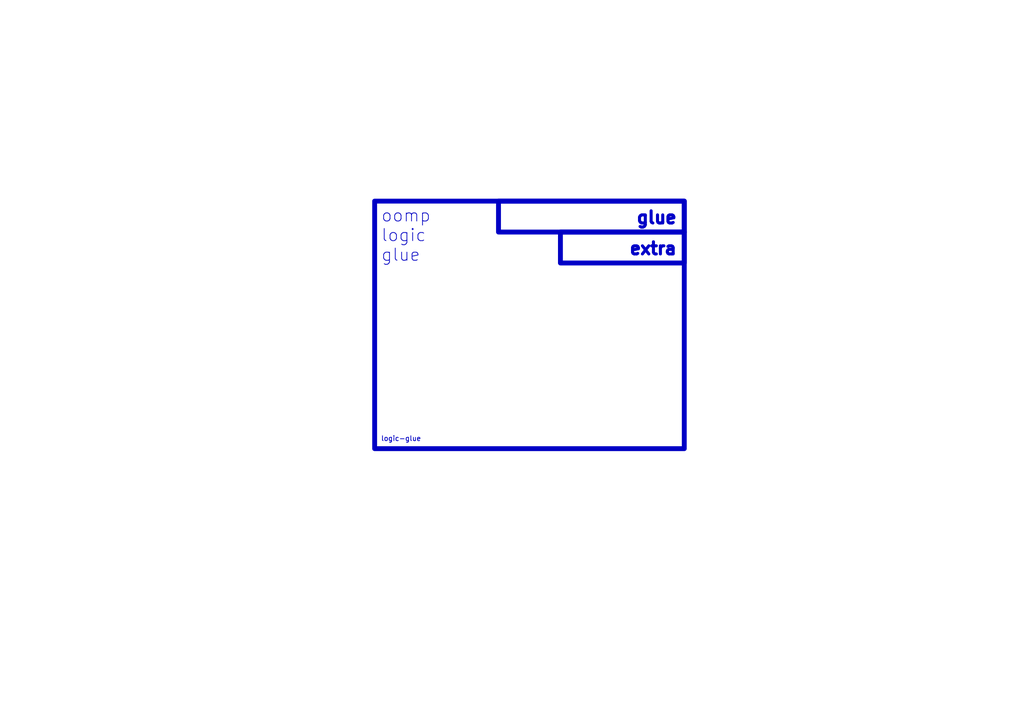
<source format=kicad_sch>
(kicad_sch (version 20230121) (generator eeschema)
  (paper "A5")
  (lib_symbols)
  (rectangle (start 76.835 41.275) (end 140.335 92.075) (stroke (width 1)))
  (rectangle (start 121.285 205.105) (end 121.285 205.105))
  (rectangle (start 102.235 41.275) (end 140.335 47.625) (stroke (width 1)))
  (rectangle (start 114.935 47.625) (end 140.335 53.975) (stroke (width 1)))
  (text "glue" (at 139.065 46.355 0) (effects (font (size 2.5 2.5) (thickness 0.8) bold) (justify right bottom)))
  (text "extra" (at 139.065 52.705 0) (effects (font (size 2.5 2.5) (thickness 0.8) bold) (justify right bottom)))
  (text "oomp\nlogic\nglue" (at 78.105 53.975 0) (effects (font (size 2.5 2.5)) (justify left bottom)))
  (text "logic-glue" (at 78.105 90.805 0) (effects (font (size 1 1)) (justify left bottom)))
)
</source>
